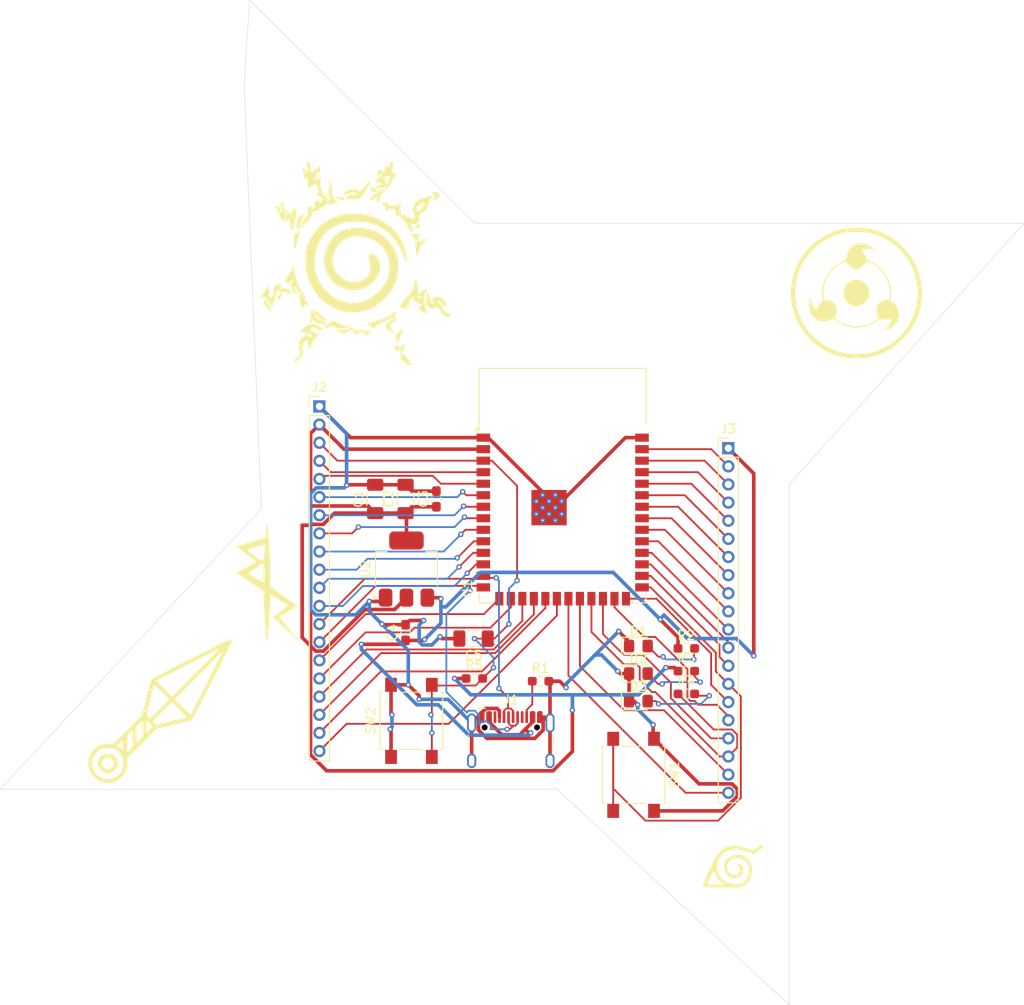
<source format=kicad_pcb>
(kicad_pcb (version 20241229) (generator "pcbnew") (generator_version "9.0")
  (layers (0 "F.Cu" signal) (2 "B.Cu" signal) (13 "F.Paste" user) (15 "B.Paste" user) (5 "F.SilkS" user "F.Silkscreen") (7 "B.SilkS" user "B.Silkscreen") (1 "F.Mask" user) (3 "B.Mask" user) (25 "Edge.Cuts" user))
  (net 0 "")
  (net 1 "GND")
  (net 2 "+3V3")
  (net 3 "+5V")
  (net 4 "EN")
  (net 5 "Net-(D1-A)")
  (net 6 "Net-(D2-A)")
  (net 7 "Net-(D3-A)")
  (net 8 "Net-(J1-CC2)")
  (net 11 "D+")
  (net 12 "D-")
  (net 13 "GPIO11")
  (net 14 "GPIO4")
  (net 15 "GPIO12")
  (net 16 "GPIO9")
  (net 17 "GPIO18")
  (net 18 "GPIO17")
  (net 19 "GPIO16")
  (net 20 "GPIO8")
  (net 21 "GPIO10")
  (net 22 "GPIO5")
  (net 23 "GPIO7")
  (net 24 "GPIO3")
  (net 25 "GPIO46")
  (net 26 "GPIO15")
  (net 27 "GPIO6")
  (net 28 "GPIO21")
  (net 29 "GPIO37")
  (net 30 "GPIO45")
  (net 31 "GPIO39")
  (net 32 "GPIO0")
  (net 33 "GPIO47")
  (net 34 "GPIO35")
  (net 35 "GPIO1")
  (net 36 "GPIO44")
  (net 37 "GPIO48")
  (net 38 "GPIO40")
  (net 39 "GPIO14")
  (net 40 "GPIO43")
  (net 41 "GPIO41")
  (net 42 "GPIO2")
  (net 43 "GPIO36")
  (net 44 "GPIO13")
  (net 45 "GPIO42")
  (net 46 "GPIO38")
  (footprint "Capacitor_SMD:C_1206_3216Metric_Pad1.33x1.80mm_HandSolder" (layer "F.Cu") (at 85.6 138.8 90)
    (property "Reference" "C2")
    (property "Value" "22uf")
  )
  (footprint "Connector_PinHeader_2.00mm:PinHeader_1x20_P2.00mm_Vertical" (layer "F.Cu") (at 121.2 133.2)
    (property "Reference" "J3")
    (property "Value" "Conn_01x20_Pin")
  )
  (footprint "RF_Module:ESP32-S3-WROOM-1" (layer "F.Cu") (at 102.925 137.3)
    (property "Reference" "U1")
    (property "Value" "ESP32-S3-WROOM-1")
  )
  (footprint "Logos_Images:NarutoSeal" (layer "F.Cu") (at 80.1 112.8)
    (property "Reference" "G***" (hide yes))
    (property "Value" "LOGO" (hide yes))
  )
  (footprint "Logos_Images:NarutoEye" (layer "F.Cu") (at 135.4 116.2)
    (property "Reference" "G***" (hide yes))
    (property "Value" "LOGO" (hide yes))
  )
  (footprint "Button_Switch_SMD:SW_SPST_B3S-1000" (layer "F.Cu") (at 110.75 169.225 -90)
    (property "Reference" "SW1")
    (property "Value" "SW_Push")
  )
  (footprint "Resistor_SMD:R_0603_1608Metric_Pad0.98x0.95mm_HandSolder" (layer "F.Cu") (at 116.5625 155.28)
    (property "Reference" "R2")
    (property "Value" "5.1k")
  )
  (footprint "Resistor_SMD:R_0603_1608Metric_Pad0.98x0.95mm_HandSolder" (layer "F.Cu") (at 93.1875 158.6)
    (property "Reference" "R5")
    (property "Value" "5.1K")
  )
  (footprint "LED_SMD:LED_0805_2012Metric_Pad1.15x1.40mm_HandSolder" (layer "F.Cu") (at 111.275 158.06)
    (property "Reference" "D2")
    (property "Value" "GREEN")
  )
  (footprint "Resistor_SMD:R_0603_1608Metric_Pad0.98x0.95mm_HandSolder" (layer "F.Cu") (at 116.5625 160.3)
    (property "Reference" "R4")
    (property "Value" "5.1k")
  )
  (footprint "Resistor_SMD:R_0603_1608Metric_Pad0.98x0.95mm_HandSolder" (layer "F.Cu") (at 116.5625 157.79)
    (property "Reference" "R3")
    (property "Value" "5.1k")
  )
  (footprint "Package_TO_SOT_SMD:SOT-223-3_TabPin2" (layer "F.Cu") (at 85.7 146.5375 90)
    (property "Reference" "U2")
    (property "Value" "LD1117S33TR_SOT223")
  )
  (footprint "LED_SMD:LED_0805_2012Metric_Pad1.15x1.40mm_HandSolder" (layer "F.Cu") (at 111.275 161.1)
    (property "Reference" "D3")
    (property "Value" "BLUE")
  )
  (footprint "LED_SMD:LED_0805_2012Metric_Pad1.15x1.40mm_HandSolder" (layer "F.Cu") (at 111.275 155.02)
    (property "Reference" "D1")
    (property "Value" "RED")
  )
  (footprint "Resistor_SMD:R_0603_1608Metric_Pad0.98x0.95mm_HandSolder" (layer "F.Cu") (at 100.4875 158.9)
    (property "Reference" "R1")
    (property "Value" "5.1k")
  )
  (footprint "Logos_Images:NarutoKnife" (layer "F.Cu") (at 58.8 162.1)
    (property "Reference" "G***" (hide yes))
    (property "Value" "LOGO" (hide yes))
  )
  (footprint "Logos_Images:CyberpunkSmall" (layer "F.Cu") (at 70.5 148.1)
    (property "Reference" "G***" (hide yes))
    (property "Value" "LOGO" (hide yes))
  )
  (footprint "Capacitor_SMD:C_1206_3216Metric_Pad1.33x1.80mm_HandSolder" (layer "F.Cu") (at 93.1 154.2 180)
    (property "Reference" "C5")
    (property "Value" "10uf")
  )
  (footprint "Capacitor_SMD:C_0603_1608Metric_Pad1.08x0.95mm_HandSolder" (layer "F.Cu") (at 85.6 153.5375 90)
    (property "Reference" "C4")
    (property "Value" "100nf")
  )
  (footprint "Button_Switch_SMD:SW_SPST_B3S-1000" (layer "F.Cu") (at 86.25 163.275 90)
    (property "Reference" "SW2")
    (property "Value" "SW_Push")
  )
  (footprint "Capacitor_SMD:C_0603_1608Metric_Pad1.08x0.95mm_HandSolder" (layer "F.Cu") (at 89 138.8 90)
    (property "Reference" "C3")
    (property "Value" "100nf")
  )
  (footprint "Capacitor_SMD:C_1206_3216Metric_Pad1.33x1.80mm_HandSolder" (layer "F.Cu") (at 82.25 138.8 90)
    (property "Reference" "C1")
    (property "Value" "10uf")
  )
  (footprint "Connector_USB:USB_C_Receptacle_HCTL_HC-TYPE-C-16P-01A" (layer "F.Cu") (at 97.21 166.605)
    (property "Reference" "J1")
    (property "Value" "USB_C_Receptacle_USB2.0_16P")
  )
  (footprint "Connector_PinHeader_2.00mm:PinHeader_1x20_P2.00mm_Vertical" (layer "F.Cu") (at 76.1 128.6)
    (property "Reference" "J2")
    (property "Value" "Conn_01x20_Pin")
  )
  (footprint "Logos_Images:NarutoLeaf" (layer "F.Cu") (at 121.8 179.2)
    (property "Reference" "G***" (hide yes))
    (property "Value" "LOGO" (hide yes))
  )
  (gr_line (start 153.8 108.4) (end 93.2 108.4) (stroke (width 0.05)) (layer "Edge.Cuts"))
  (gr_line (start 102.3 170.8) (end 127.9 194.6) (stroke (width 0.05)) (layer "Edge.Cuts"))
  (gr_line (start 127.9 137.2) (end 153.8 108.4) (stroke (width 0.05)) (layer "Edge.Cuts"))
  (gr_line (start 93.2 108.4) (end 68.4 83.8) (stroke (width 0.05)) (layer "Edge.Cuts"))
  (gr_line (start 68.4 83.8) (end 67.8 93.2) (stroke (width 0.05)) (layer "Edge.Cuts"))
  (gr_line (start 67.8 93.2) (end 69.7 139.9) (stroke (width 0.05)) (layer "Edge.Cuts"))
  (gr_line (start 127.9 194.6) (end 127.9 137.2) (stroke (width 0.05)) (layer "Edge.Cuts"))
  (gr_line (start 69.7 139.9) (end 40.9 170.8) (stroke (width 0.05)) (layer "Edge.Cuts"))
  (gr_line (start 40.9 170.8) (end 102.3 170.8) (stroke (width 0.05)) (layer "Edge.Cuts"))
  (segment (start 120.580273 173.2) (end 122.176 171.604273) (width 0.4) (layer "F.Cu") (net 1))
  (segment (start 84 159.3) (end 85.9 159.3) (width 0.4) (layer "F.Cu") (net 1))
  (segment (start 103.3 159.6) (end 102.6 158.9) (width 0.4) (layer "F.Cu") (net 1))
  (segment (start 82.9875 150.1) (end 83.4 149.6875) (width 0.4) (layer "F.Cu") (net 1))
  (segment (start 79.1625 137.2375) (end 79.1 137.3) (width 0.4) (layer "F.Cu") (net 1))
  (segment (start 94.01 162.368032) (end 94.469032 161.909) (width 0.4) (layer "F.Cu") (net 1))
  (segment (start 110.25 155.02) (end 110.25 154.55) (width 0.4) (layer "F.Cu") (net 1))
  (segment (start 92.89 163.5) (end 92.89 167.68) (width 0.4) (layer "F.Cu") (net 1))
  (segment (start 82.25 137.2375) (end 79.1625 137.2375) (width 0.4) (layer "F.Cu") (net 1))
  (segment (start 112.9 163.7) (end 112.9 165.15) (width 0.4) (layer "F.Cu") (net 1))
  (segment (start 79.54 132.04) (end 94.175 132.04) (width 0.4) (layer "F.Cu") (net 1))
  (segment (start 85.6 137.2375) (end 82.25 137.2375) (width 0.4) (layer "F.Cu") (net 1))
  (segment (start 113 173.2) (end 120.580273 173.2) (width 0.4) (layer "F.Cu") (net 1))
  (segment (start 109.845 132.04) (end 111.675 132.04) (width 0.4) (layer "F.Cu") (net 1))
  (segment (start 89 137.9375) (end 86.3 137.9375) (width 0.4) (layer "F.Cu") (net 1))
  (segment (start 84 162.5) (end 84.1 162.6) (width 0.4) (layer "F.Cu") (net 1))
  (segment (start 100.41 162.86) (end 100.89 162.86) (width 0.4) (layer "F.Cu") (net 1))
  (segment (start 85.6 152.675) (end 83.075 152.675) (width 0.4) (layer "F.Cu") (net 1))
  (segment (start 89.6 154.2) (end 89.4 154) (width 0.4) (layer "F.Cu") (net 1))
  (segment (start 95.692824 161.909) (end 94.469032 161.909) (width 0.4) (layer "F.Cu") (net 1))
  (segment (start 91.5375 154.2) (end 89.6 154.2) (width 0.4) (layer "F.Cu") (net 1))
  (segment (start 93.644 164.280008) (end 94.565992 165.202) (width 0.4) (layer "F.Cu") (net 1))
  (segment (start 83.9 164.2) (end 84 164.3) (width 0.4) (layer "F.Cu") (net 1))
  (segment (start 122.176 171.604273) (end 122.176 170.795727) (width 0.4) (layer "F.Cu") (net 1))
  (segment (start 121.604273 170.224) (end 117.974 170.224) (width 0.4) (layer "F.Cu") (net 1))
  (segment (start 94.707 132.04) (end 101.425 138.758) (width 0.4) (layer "F.Cu") (net 1))
  (segment (start 94.175 132.04) (end 94.707 132.04) (width 0.4) (layer "F.Cu") (net 1))
  (segment (start 94.01 162.86) (end 93.53 162.86) (width 0.4) (layer "F.Cu") (net 1))
  (segment (start 87.6 152.2) (end 86.075 152.2) (width 0.4) (layer "F.Cu") (net 1))
  (segment (start 99.854008 165.202) (end 100.776 164.280008) (width 0.4) (layer "F.Cu") (net 1))
  (segment (start 93.53 162.86) (end 92.89 163.5) (width 0.4) (layer "F.Cu") (net 1))
  (segment (start 100.776 163.226) (end 100.41 162.86) (width 0.4) (layer "F.Cu") (net 1))
  (segment (start 93.644 162.734032) (end 93.644 164.280008) (width 0.4) (layer "F.Cu") (net 1))
  (segment (start 110.25 154.55) (end 109.1 153.4) (width 0.4) (layer "F.Cu") (net 1))
  (segment (start 86.3 137.9375) (end 85.6 137.2375) (width 0.4) (layer "F.Cu") (net 1))
  (segment (start 110.25 158.06) (end 109.26 158.06) (width 0.4) (layer "F.Cu") (net 1))
  (segment (start 110.25 158.06) (end 110.25 161.1) (width 0.4) (layer "F.Cu") (net 1))
  (segment (start 83.075 152.675) (end 83 152.6) (width 0.4) (layer "F.Cu") (net 1))
  (segment (start 94.01 162.86) (end 94.01 162.368032) (width 0.4) (layer "F.Cu") (net 1))
  (segment (start 85.9 159.3) (end 87.1 160.5) (width 0.4) (layer "F.Cu") (net 1))
  (segment (start 101.53 167.68) (end 101.53 163.5) (width 0.4) (layer "F.Cu") (net 1))
  (segment (start 84 159.3) (end 84 162.5) (width 0.4) (layer "F.Cu") (net 1))
  (segment (start 110.799 161.1) (end 111.2 161.501) (width 0.4) (layer "F.Cu") (net 1))
  (segment (start 95.96 162.176176) (end 95.692824 161.909) (width 0.4) (layer "F.Cu") (net 1))
  (segment (start 102.825 139.06) (end 109.845 132.04) (width 0.4) (layer "F.Cu") (net 1))
  (segment (start 94.565992 165.202) (end 99.854008 165.202) (width 0.4) (layer "F.Cu") (net 1))
  (segment (start 112.9 165.15) (end 113 165.25) (width 0.4) (layer "F.Cu") (net 1))
  (segment (start 117.974 170.224) (end 113 165.25) (width 0.4) (layer "F.Cu") (net 1))
  (segment (start 81.6 150.1) (end 82.9875 150.1) (width 0.4) (layer "F.Cu") (net 1))
  (segment (start 94.469032 161.909) (end 93.644 162.734032) (width 0.4) (layer "F.Cu") (net 1))
  (segment (start 101.53 159.03) (end 101.53 163.5) (width 0.4) (layer "F.Cu") (net 1))
  (segment (start 122.176 170.795727) (end 121.604273 170.224) (width 0.4) (layer "F.Cu") (net 1))
  (segment (start 76.1 128.6) (end 79.54 132.04) (width 0.4) (layer "F.Cu") (net 1))
  (segment (start 95.96 162.86) (end 95.96 162.176176) (width 0.4) (layer "F.Cu") (net 1))
  (segment (start 100.776 164.280008) (end 100.776 163.226) (width 0.4) (layer "F.Cu") (net 1))
  (segment (start 100.89 162.86) (end 101.53 163.5) (width 0.4) (layer "F.Cu") (net 1))
  (segment (start 110.25 161.1) (end 110.799 161.1) (width 0.4) (layer "F.Cu") (net 1))
  (segment (start 87.1 160.5) (end 87.1 160.9) (width 0.4) (layer "F.Cu") (net 1))
  (segment (start 84 164.3) (end 84 167.25) (width 0.4) (layer "F.Cu") (net 1))
  (segment (start 101.4 158.9) (end 101.53 159.03) (width 0.4) (layer "F.Cu") (net 1))
  (segment (start 102.6 158.9) (end 101.4 158.9) (width 0.4) (layer "F.Cu") (net 1))
  (segment (start 86.075 152.2) (end 85.6 152.675) (width 0.4) (layer "F.Cu") (net 1))
  (segment (start 101.425 138.758) (end 101.425 139.76) (width 0.4) (layer "F.Cu") (net 1))
  (segment (start 109.26 158.06) (end 109 157.8) (width 0.4) (layer "F.Cu") (net 1))
  (via (at 87.1 160.9) (size 0.6) (drill 0.3) (layers "F.Cu" "B.Cu") (net 1))
  (via (at 109.1 153.4) (size 0.6) (drill 0.3) (layers "F.Cu" "B.Cu") (net 1))
  (via (at 89.4 154) (size 0.6) (drill 0.3) (layers "F.Cu" "B.Cu") (net 1))
  (via (at 85.9 159.3) (size 0.6) (drill 0.3) (layers "F.Cu" "B.Cu") (net 1))
  (via (at 87.6 152.2) (size 0.6) (drill 0.3) (layers "F.Cu" "B.Cu") (net 1))
  (via (at 84.1 162.6) (size 0.6) (drill 0.3) (layers "F.Cu" "B.Cu") (net 1))
  (via (at 83.9 164.2) (size 0.6) (drill 0.3) (layers "F.Cu" "B.Cu") (net 1))
  (via (at 109 157.8) (size 0.6) (drill 0.3) (layers "F.Cu" "B.Cu") (net 1))
  (via (at 112.9 163.7) (size 0.6) (drill 0.3) (layers "F.Cu" "B.Cu") (net 1))
  (via (at 111.2 161.501) (size 0.6) (drill 0.3) (layers "F.Cu" "B.Cu") (net 1))
  (via (at 79.1 137.3) (size 0.6) (drill 0.3) (layers "F.Cu" "B.Cu") (net 1))
  (via (at 83 152.6) (size 0.6) (drill 0.3) (layers "F.Cu" "B.Cu") (net 1))
  (via (at 81.6 150.1) (size 0.6) (drill 0.3) (layers "F.Cu" "B.Cu") (net 1))
  (via (at 103.3 159.6) (size 0.6) (drill 0.3) (layers "F.Cu" "B.Cu") (net 1))
  (segment (start 85.9 159.3) (end 85.9 155.5) (width 0.4) (layer "B.Cu") (net 1))
  (segment (start 83 152.6) (end 81.6 151.2) (width 0.4) (layer "B.Cu") (net 1))
  (segment (start 87.099 154.548943) (end 87.099 152.701) (width 0.4) (layer "B.Cu") (net 1))
  (segment (start 88.499 154.901) (end 87.451057 154.901) (width 0.4) (layer "B.Cu") (net 1))
  (segment (start 78.824 137.576) (end 79.1 137.3) (width 0.4) (layer "B.Cu") (net 1))
  (segment (start 75.124 138.195727) (end 75.743727 137.576) (width 0.4) (layer "B.Cu") (net 1))
  (segment (start 84.1 164) (end 83.9 164.2) (width 0.4) (layer "B.Cu") (net 1))
  (segment (start 75.695727 151.576) (end 75.124 151.004273) (width 0.4) (layer "B.Cu") (net 1))
  (segment (start 84.1 162.6) (end 84.1 164) (width 0.4) (layer "B.Cu") (net 1))
  (segment (start 103.3 159.2) (end 103.3 159.6) (width 0.4) (layer "B.Cu") (net 1))
  (segment (start 109 157.8) (end 107.2 156) (width 0.4) (layer "B.Cu") (net 1))
  (segment (start 81.6 150.1) (end 80.124 151.576) (width 0.4) (layer "B.Cu") (net 1))
  (segment (start 109.1 153.4) (end 106.5 156) (width 0.4) (layer "B.Cu") (net 1))
  (segment (start 87.1 160.9) (end 90.29 160.9) (width 0.4) (layer "B.Cu") (net 1))
  (segment (start 111.2 162) (end 112.9 163.7) (width 0.4) (layer "B.Cu") (net 1))
  (segment (start 80.124 151.576) (end 75.695727 151.576) (width 0.4) (layer "B.Cu") (net 1))
  (segment (start 111.2 161.501) (end 111.2 162) (width 0.4) (layer "B.Cu") (net 1))
  (segment (start 85.9 155.5) (end 83 152.6) (width 0.4) (layer "B.Cu") (net 1))
  (segment (start 81.6 151.2) (end 81.6 150.1) (width 0.4) (layer "B.Cu") (net 1))
  (segment (start 75.124 151.004273) (end 75.124 138.195727) (width 0.4) (layer "B.Cu") (net 1))
  (segment (start 87.099 152.701) (end 87.6 152.2) (width 0.4) (layer "B.Cu") (net 1))
  (segment (start 75.743727 137.576) (end 78.824 137.576) (width 0.4) (layer "B.Cu") (net 1))
  (segment (start 87.451057 154.901) (end 87.099 154.548943) (width 0.4) (layer "B.Cu") (net 1))
  (segment (start 89.4 154) (end 88.499 154.901) (width 0.4) (layer "B.Cu") (net 1))
  (segment (start 79.1 131.6) (end 76.1 128.6) (width 0.4) (layer "B.Cu") (net 1))
  (segment (start 106.5 156) (end 103.3 159.2) (width 0.4) (layer "B.Cu") (net 1))
  (segment (start 107.2 156) (end 106.5 156) (width 0.4) (layer "B.Cu") (net 1))
  (segment (start 79.1 137.3) (end 79.1 131.6) (width 0.4) (layer "B.Cu") (net 1))
  (segment (start 90.29 160.9) (end 92.89 163.5) (width 0.4) (layer "B.Cu") (net 1))
  (segment (start 84.399 150.9885) (end 81.139773 150.9885) (width 0.4) (layer "F.Cu") (net 2))
  (segment (start 76.528273 141.6) (end 75.124 141.6) (width 0.4) (layer "F.Cu") (net 2))
  (segment (start 76.1 130.6) (end 78.81 133.31) (width 0.4) (layer "F.Cu") (net 2))
  (segment (start 81.139773 150.9885) (end 76.552273 155.576) (width 0.4) (layer "F.Cu") (net 2))
  (segment (start 75.124 167.004273) (end 76.900727 168.781) (width 0.4) (layer "F.Cu") (net 2))
  (segment (start 86.3 139.6625) (end 85.6 140.3625) (width 0.4) (layer "F.Cu") (net 2))
  (segment (start 76.552273 155.576) (end 75.695727 155.576) (width 0.4) (layer "F.Cu") (net 2))
  (segment (start 74.2 141.7) (end 75.124 141.7) (width 0.4) (layer "F.Cu") (net 2))
  (segment (start 101.861785 168.781) (end 104 166.642785) (width 0.4) (layer "F.Cu") (net 2))
  (segment (start 76.900727 168.781) (end 101.861785 168.781) (width 0.4) (layer "F.Cu") (net 2))
  (segment (start 75.124 141.7) (end 75.124 167.004273) (width 0.4) (layer "F.Cu") (net 2))
  (segment (start 75.124 131.576) (end 75.124 139.5) (width 0.4) (layer "F.Cu") (net 2))
  (segment (start 75.124 139.5) (end 75.124 141.6) (width 0.4) (layer "F.Cu") (net 2))
  (segment (start 85.6 140.3625) (end 77.765773 140.3625) (width 0.4) (layer "F.Cu") (net 2))
  (segment (start 114.3 157.4) (end 115.26 157.4) (width 0.4) (layer "F.Cu") (net 2))
  (segment (start 82.25 140.3625) (end 81.4635 139.576) (width 0.4) (layer "F.Cu") (net 2))
  (segment (start 92.275 158.6) (end 91 158.6) (width 0.4) (layer "F.Cu") (net 2))
  (segment (start 85.7 143.3875) (end 85.7 140.4625) (width 0.4) (layer "F.Cu") (net 2))
  (segment (start 74.2 154.080273) (end 74.2 141.7) (width 0.4) (layer "F.Cu") (net 2))
  (segment (start 85.7 140.4625) (end 85.6 140.3625) (width 0.4) (layer "F.Cu") (net 2))
  (segment (start 85.7 149.6875) (end 84.399 150.9885) (width 0.4) (layer "F.Cu") (net 2))
  (segment (start 75.124 141.6) (end 75.124 141.7) (width 0.4) (layer "F.Cu") (net 2))
  (segment (start 78.81 133.31) (end 94.175 133.31) (width 0.4) (layer "F.Cu") (net 2))
  (segment (start 81.4635 139.576) (end 75.2 139.576) (width 0.4) (layer "F.Cu") (net 2))
  (segment (start 75.695727 155.576) (end 74.2 154.080273) (width 0.4) (layer "F.Cu") (net 2))
  (segment (start 77.765773 140.3625) (end 76.528273 141.6) (width 0.4) (layer "F.Cu") (net 2))
  (segment (start 104 166.642785) (end 104 162.1) (width 0.4) (layer "F.Cu") (net 2))
  (segment (start 89 139.6625) (end 86.3 139.6625) (width 0.4) (layer "F.Cu") (net 2))
  (segment (start 75.2 139.576) (end 75.124 139.5) (width 0.4) (layer "F.Cu") (net 2))
  (segment (start 115.26 157.4) (end 115.65 157.79) (width 0.4) (layer "F.Cu") (net 2))
  (segment (start 76.1 130.6) (end 75.124 131.576) (width 0.4) (layer "F.Cu") (net 2))
  (via (at 104 162.1) (size 0.6) (drill 0.3) (layers "F.Cu" "B.Cu") (net 2))
  (via (at 114.3 157.4) (size 0.6) (drill 0.3) (layers "F.Cu" "B.Cu") (net 2))
  (via (at 91 158.6) (size 0.6) (drill 0.3) (layers "F.Cu" "B.Cu") (net 2))
  (segment (start 111.3 160.4) (end 114.3 157.4) (width 0.4) (layer "B.Cu") (net 2))
  (segment (start 92.8 160.4) (end 103.9 160.4) (width 0.4) (layer "B.Cu") (net 2))
  (segment (start 104 160.5) (end 103.9 160.4) (width 0.4) (layer "B.Cu") (net 2))
  (segment (start 104 162.1) (end 104 160.5) (width 0.4) (layer "B.Cu") (net 2))
  (segment (start 103.9 160.4) (end 111.3 160.4) (width 0.4) (layer "B.Cu") (net 2))
  (segment (start 91 158.6) (end 92.8 160.4) (width 0.4) (layer "B.Cu") (net 2))
  (segment (start 85.175735 154.824265) (end 80.724265 154.824265) (width 0.4) (layer "F.Cu") (net 3))
  (segment (start 88 149.6875) (end 89.3875 149.6875) (width 0.4) (layer "F.Cu") (net 3))
  (segment (start 99.2 164.6) (end 98.801912 164.201912) (width 0.4) (layer "F.Cu") (net 3))
  (segment (start 94.81 162.86) (end 94.81 163.393824) (width 0.4) (layer "F.Cu") (net 3))
  (segment (start 87.7 154.3) (end 87.6 154.4) (width 0.4) (layer "F.Cu") (net 3))
  (segment (start 98.202824 164.801) (end 98.801912 164.201912) (width 0.4) (layer "F.Cu") (net 3))
  (segment (start 121.2 133.2) (end 124 136) (width 0.4) (layer "F.Cu") (net 3))
  (segment (start 99.61 163.393824) (end 99.61 162.86) (width 0.4) (layer "F.Cu") (net 3))
  (segment (start 89.3875 149.6875) (end 89.5 149.8) (width 0.4) (layer "F.Cu") (net 3))
  (segment (start 113.7 152.1) (end 115.65 154.05) (width 0.4) (layer "F.Cu") (net 3))
  (segment (start 124 136) (end 124 156.1) (width 0.4) (layer "F.Cu") (net 3))
  (segment (start 87.6 154.4) (end 85.6 154.4) (width 0.4) (layer "F.Cu") (net 3))
  (segment (start 96.217176 164.801) (end 98.202824 164.801) (width 0.4) (layer "F.Cu") (net 3))
  (segment (start 99.4 164.6) (end 99.2 164.6) (width 0.4) (layer "F.Cu") (net 3))
  (segment (start 98.801912 164.201912) (end 99.61 163.393824) (width 0.4) (layer "F.Cu") (net 3))
  (segment (start 94.81 163.393824) (end 96.217176 164.801) (width 0.4) (layer "F.Cu") (net 3))
  (segment (start 85.6 154.4) (end 85.175735 154.824265) (width 0.4) (layer "F.Cu") (net 3))
  (segment (start 115.65 154.05) (end 115.65 155.28) (width 0.4) (layer "F.Cu") (net 3))
  (via (at 89.5 149.8) (size 0.6) (drill 0.3) (layers "F.Cu" "B.Cu") (net 3))
  (via (at 113.7 152.1) (size 0.6) (drill 0.3) (layers "F.Cu" "B.Cu") (net 3))
  (via (at 124 156.1) (size 0.6) (drill 0.3) (layers "F.Cu" "B.Cu") (net 3))
  (via (at 99.4 164.6) (size 0.6) (drill 0.3) (layers "F.Cu" "B.Cu") (net 3))
  (via (at 80.724265 154.824265) (size 0.6) (drill 0.3) (layers "F.Cu" "B.Cu") (net 3))
  (via (at 87.7 154.3) (size 0.6) (drill 0.3) (layers "F.Cu" "B.Cu") (net 3))
  (segment (start 80.724265 155.374208) (end 86.851057 161.501) (width 0.4) (layer "B.Cu") (net 3))
  (segment (start 89.5 150.7) (end 90.050057 150.7) (width 0.4) (layer "B.Cu") (net 3))
  (segment (start 89.5 150.7) (end 89.5 152.5) (width 0.4) (layer "B.Cu") (net 3))
  (segment (start 99.149 164.851) (end 99.4 164.6) (width 0.4) (layer "B.Cu") (net 3))
  (segment (start 80.724265 154.824265) (end 80.724265 155.374208) (width 0.4) (layer "B.Cu") (net 3))
  (segment (start 93.851057 146.899) (end 108.499 146.899) (width 0.4) (layer "B.Cu") (net 3))
  (segment (start 92.558215 164.851) (end 99.149 164.851) (width 0.4) (layer "B.Cu") (net 3))
  (segment (start 113.7 152) (end 113.7 152.1) (width 0.4) (layer "B.Cu") (net 3))
  (segment (start 89.208215 161.501) (end 92.558215 164.851) (width 0.4) (layer "B.Cu") (net 3))
  (segment (start 124 156.1) (end 122.1 154.2) (width 0.4) (layer "B.Cu") (net 3))
  (segment (start 114.1 151.6) (end 113.7 152) (width 0.4) (layer "B.Cu") (net 3))
  (segment (start 122.1 154.2) (end 116.7 154.2) (width 0.4) (layer "B.Cu") (net 3))
  (segment (start 108.499 146.899) (end 113.7 152.1) (width 0.4) (layer "B.Cu") (net 3))
  (segment (start 89.5 149.8) (end 89.5 150.7) (width 0.4) (layer "B.Cu") (net 3))
  (segment (start 90.050057 150.7) (end 93.851057 146.899) (width 0.4) (layer "B.Cu") (net 3))
  (segment (start 86.851057 161.501) (end 89.208215 161.501) (width 0.4) (layer "B.Cu") (net 3))
  (segment (start 89.5 152.5) (end 87.7 154.3) (width 0.4) (layer "B.Cu") (net 3))
  (segment (start 116.7 154.2) (end 114.1 151.6) (width 0.4) (layer "B.Cu") (net 3))
  (segment (start 97.9 137.355) (end 95.125 134.58) (width 0.2) (layer "F.Cu") (net 4))
  (segment (start 95.14406 155) (end 94.1 155) (width 0.2) (layer "F.Cu") (net 4))
  (segment (start 95.4 154.2) (end 97 152.6) (width 0.2) (layer "F.Cu") (net 4))
  (segment (start 94.1 158.6) (end 95.3 157.4) (width 0.2) (layer "F.Cu") (net 4))
  (segment (start 94.1 158.6) (end 93.324 159.376) (width 0.2) (layer "F.Cu") (net 4))
  (segment (start 88.576 159.376) (end 88.5 159.3) (width 0.2) (layer "F.Cu") (net 4))
  (segment (start 95.3 154.84406) (end 95.14406 155) (width 0.2) (layer "F.Cu") (net 4))
  (segment (start 78.08 134.58) (end 76.1 132.6) (width 0.2) (layer "F.Cu") (net 4))
  (segment (start 94.6625 154.2) (end 95.3 154.8375) (width 0.2) (layer "F.Cu") (net 4))
  (segment (start 88.4 162.6) (end 88.5 162.5) (width 0.2) (layer "F.Cu") (net 4))
  (segment (start 95.125 134.58) (end 94.175 134.58) (width 0.2) (layer "F.Cu") (net 4))
  (segment (start 94.175 134.58) (end 78.08 134.58) (width 0.2) (layer "F.Cu") (net 4))
  (segment (start 88.5 167.25) (end 88.5 164.6) (width 0.2) (layer "F.Cu") (net 4))
  (segment (start 93.2 154.2) (end 94.6625 154.2) (width 0.2) (layer "F.Cu") (net 4))
  (segment (start 94.6625 154.2) (end 95.4 154.2) (width 0.2) (layer "F.Cu") (net 4))
  (segment (start 97.9 147.8) (end 97.9 137.355) (width 0.2) (layer "F.Cu") (net 4))
  (segment (start 88.5 162.5) (end 88.5 159.3) (width 0.2) (layer "F.Cu") (net 4))
  (segment (start 93.324 159.376) (end 88.576 159.376) (width 0.2) (layer "F.Cu") (net 4))
  (segment (start 95.3 154.8375) (end 95.3 154.84406) (width 0.2) (layer "F.Cu") (net 4))
  (via (at 93.2 154.2) (size 0.6) (drill 0.3) (layers "F.Cu" "B.Cu") (net 4))
  (via (at 88.4 162.6) (size 0.6) (drill 0.3) (layers "F.Cu" "B.Cu") (net 4))
  (via (at 97 152.6) (size 0.6) (drill 0.3) (layers "F.Cu" "B.Cu") (net 4))
  (via (at 95.3 157.4) (size 0.6) (drill 0.3) (layers "F.Cu" "B.Cu") (net 4))
  (via (at 97.9 147.8) (size 0.6) (drill 0.3) (layers "F.Cu" "B.Cu") (net 4))
  (via (at 88.5 164.6) (size 0.6) (drill 0.3) (layers "F.Cu" "B.Cu") (net 4))
  (segment (start 95.3 157.4) (end 95.3 156.3) (width 0.2) (layer "B.Cu") (net 4))
  (segment (start 88.5 162.7) (end 88.4 162.6) (width 0.2) (layer "B.Cu") (net 4))
  (segment (start 97 152.6) (end 97 148.7) (width 0.2) (layer "B.Cu") (net 4))
  (segment (start 97 148.7) (end 97.9 147.8) (width 0.2) (layer "B.Cu") (net 4))
  (segment (start 95.3 156.3) (end 93.2 154.2) (width 0.2) (layer "B.Cu") (net 4))
  (segment (start 88.5 164.6) (end 88.5 162.7) (width 0.2) (layer "B.Cu") (net 4))
  (segment (start 117.4 156.5) (end 117.4 155.355) (width 0.2) (layer "F.Cu") (net 5))
  (segment (start 113.48 156.2) (end 114 156.2) (width 0.2) (layer "F.Cu") (net 5))
  (segment (start 112.3 155.02) (end 113.48 156.2) (width 0.2) (layer "F.Cu") (net 5))
  (segment (start 117.4 155.355) (end 117.475 155.28) (width 0.2) (layer "F.Cu") (net 5))
  (via (at 117.4 156.5) (size 0.6) (drill 0.3) (layers "F.Cu" "B.Cu") (net 5))
  (via (at 114 156.2) (size 0.6) (drill 0.3) (layers "F.Cu" "B.Cu") (net 5))
  (segment (start 114.3 156.5) (end 117.4 156.5) (width 0.2) (layer "B.Cu") (net 5))
  (segment (start 114 156.2) (end 114.3 156.5) (width 0.2) (layer "B.Cu") (net 5))
  (segment (start 113.44 159.2) (end 112.3 158.06) (width 0.2) (layer "F.Cu") (net 6))
  (segment (start 117.475 158.375) (end 118.1 159) (width 0.2) (layer "F.Cu") (net 6))
  (segment (start 113.9 159.2) (end 113.44 159.2) (width 0.2) (layer "F.Cu") (net 6))
  (segment (start 117.475 157.79) (end 117.475 158.375) (width 0.2) (layer "F.Cu") (net 6))
  (via (at 118.1 159) (size 0.6) (drill 0.3) (layers "F.Cu" "B.Cu") (net 6))
  (via (at 113.9 159.2) (size 0.6) (drill 0.3) (layers "F.Cu" "B.Cu") (net 6))
  (segment (start 114.1 159) (end 113.9 159.2) (width 0.2) (layer "B.Cu") (net 6))
  (segment (start 118.1 159) (end 114.1 159) (width 0.2) (layer "B.Cu") (net 6))
  (segment (start 119.1 160.5) (end 117.675 160.5) (width 0.2) (layer "F.Cu") (net 7))
  (segment (start 112.3 161.1) (end 113.2 161.1) (width 0.2) (layer "F.Cu") (net 7))
  (segment (start 113.2 161.1) (end 113.5 161.4) (width 0.2) (layer "F.Cu") (net 7))
  (segment (start 117.675 160.5) (end 117.475 160.3) (width 0.2) (layer "F.Cu") (net 7))
  (via (at 113.5 161.4) (size 0.6) (drill 0.3) (layers "F.Cu" "B.Cu") (net 7))
  (via (at 119.1 160.5) (size 0.6) (drill 0.3) (layers "F.Cu" "B.Cu") (net 7))
  (segment (start 118.2 161.4) (end 119.1 160.5) (width 0.2) (layer "B.Cu") (net 7))
  (segment (start 113.5 161.4) (end 118.2 161.4) (width 0.2) (layer "B.Cu") (net 7))
  (segment (start 98.96 162.86) (end 98.96 162.06) (width 0.2) (layer "F.Cu") (net 8))
  (segment (start 98.96 162.06) (end 99.575 161.445) (width 0.2) (layer "F.Cu") (net 8))
  (segment (start 99.575 161.445) (end 99.575 158.9) (width 0.2) (layer "F.Cu") (net 8))
  (segment (start 94.0115 148.3865) (end 94.175 148.55) (width 0.2) (layer "F.Cu") (net 11))
  (segment (start 96.96 162.86) (end 96.96 163.543824) (width 0.2) (layer "F.Cu") (net 11))
  (segment (start 97.96 163.543824) (end 97.96 162.86) (width 0.2) (layer "F.Cu") (net 11))
  (segment (start 97.111 164.2) (end 96.8 164.2) (width 0.2) (layer "F.Cu") (net 11))
  (segment (start 96.96 163.543824) (end 97.227176 163.811) (width 0.2) (layer "F.Cu") (net 11))
  (segment (start 97.5 163.811) (end 97.111 164.2) (width 0.2) (layer "F.Cu") (net 11))
  (segment (start 97.227176 163.811) (end 97.5 163.811) (width 0.2) (layer "F.Cu") (net 11))
  (segment (start 92.6 148.3865) (end 94.0115 148.3865) (width 0.2) (layer "F.Cu") (net 11))
  (segment (start 97.5 163.811) (end 97.692824 163.811) (width 0.2) (layer "F.Cu") (net 11))
  (segment (start 76.1 154.6) (end 82.3135 148.3865) (width 0.2) (layer "F.Cu") (net 11))
  (segment (start 92.7 148.9) (end 92.7 148.4865) (width 0.2) (layer "F.Cu") (net 11))
  (segment (start 92.7 148.4865) (end 92.6 148.3865) (width 0.2) (layer "F.Cu") (net 11))
  (segment (start 82.3135 148.3865) (end 92.6 148.3865) (width 0.2) (layer "F.Cu") (net 11))
  (segment (start 97.692824 163.811) (end 97.96 163.543824) (width 0.2) (layer "F.Cu") (net 11))
  (via (at 96.8 164.2) (size 0.6) (drill 0.3) (layers "F.Cu" "B.Cu") (net 11))
  (via (at 92.7 148.9) (size 0.6) (drill 0.3) (layers "F.Cu" "B.Cu") (net 11))
  (segment (start 92.353607 162.353607) (end 90.1 160.1) (width 0.2) (layer "B.Cu") (net 11))
  (segment (start 93.691 162.618215) (end 93.221785 162.149) (width 0.2) (layer "B.Cu") (net 11))
  (segment (start 92.558215 162.149) (end 92.353607 162.353607) (width 0.2) (layer "B.Cu") (net 11))
  (segment (start 94.600008 163.324) (end 94.039992 163.324) (width 0.2) (layer "B.Cu") (net 11))
  (segment (start 93.691 163.672992) (end 93.691 162.618215) (width 0.2) (layer "B.Cu") (net 11))
  (segment (start 94.996 164.2) (end 94.996 163.719992) (width 0.2) (layer "B.Cu") (net 11))
  (segment (start 94.996 163.719992) (end 94.600008 163.324) (width 0.2) (layer "B.Cu") (net 11))
  (segment (start 90.1 151.5) (end 92.7 148.9) (width 0.2) (layer "B.Cu") (net 11))
  (segment (start 94.039992 163.324) (end 93.691 163.672992) (width 0.2) (layer "B.Cu") (net 11))
  (segment (start 93.221785 162.149) (end 92.558215 162.149) (width 0.2) (layer "B.Cu") (net 11))
  (segment (start 96.8 164.2) (end 94.996 164.2) (width 0.2) (layer "B.Cu") (net 11))
  (segment (start 90.1 160.1) (end 90.1 151.5) (width 0.2) (layer "B.Cu") (net 11))
  (segment (start 96.727176 161.909) (end 96.9 161.909) (width 0.2) (layer "F.Cu") (net 12))
  (segment (start 94.175 147.28) (end 93.854 147.601) (width 0.2) (layer "F.Cu") (net 12))
  (segment (start 95.6 147.5) (end 94.395 147.5) (width 0.2) (layer "F.Cu") (net 12))
  (segment (start 97.192824 161.909) (end 97.46 162.176176) (width 0.2) (layer "F.Cu") (net 12))
  (segment (start 97.46 162.176176) (end 97.46 162.86) (width 0.2) (layer "F.Cu") (net 12))
  (segment (start 96.46 162.176176) (end 96.727176 161.909) (width 0.2) (layer "F.Cu") (net 12))
  (segment (start 96.9 161.909) (end 96.9 160.7) (width 0.2) (layer "F.Cu") (net 12))
  (segment (start 93.854 147.601) (end 81.099 147.601) (width 0.2) (layer "F.Cu") (net 12))
  (segment (start 96.9 160.7) (end 95.9 159.7) (width 0.2) (layer "F.Cu") (net 12))
  (segment (start 81.099 147.601) (end 76.1 152.6) (width 0.2) (layer "F.Cu") (net 12))
  (segment (start 94.395 147.5) (end 94.175 147.28) (width 0.2) (layer "F.Cu") (net 12))
  (segment (start 96.9 161.909) (end 97.192824 161.909) (width 0.2) (layer "F.Cu") (net 12))
  (segment (start 96.46 162.86) (end 96.46 162.176176) (width 0.2) (layer "F.Cu") (net 12))
  (via (at 95.6 147.5) (size 0.6) (drill 0.3) (layers "F.Cu" "B.Cu") (net 12))
  (via (at 95.9 159.7) (size 0.6) (drill 0.3) (layers "F.Cu" "B.Cu") (net 12))
  (segment (start 95.9 159.7) (end 95.9 147.8) (width 0.2) (layer "B.Cu") (net 12))
  (segment (start 95.9 147.8) (end 95.6 147.5) (width 0.2) (layer "B.Cu") (net 12))
  (segment (start 76.1 164.6) (end 82.876 157.824) (width 0.2) (layer "F.Cu") (net 13))
  (segment (start 82.876 157.824) (end 94.02136 157.824) (width 0.2) (layer "F.Cu") (net 13))
  (segment (start 94.02136 157.824) (end 101.02 150.82536) (width 0.2) (layer "F.Cu") (net 13))
  (segment (start 101.02 150.82536) (end 101.02 149.8) (width 0.2) (layer "F.Cu") (net 13))
  (segment (start 76.1 134.6) (end 77.35 135.85) (width 0.2) (layer "F.Cu") (net 14))
  (segment (start 77.35 135.85) (end 94.175 135.85) (width 0.2) (layer "F.Cu") (net 14))
  (segment (start 76.1 166.6) (end 79.1 163.6) (width 0.2) (layer "F.Cu") (net 15))
  (segment (start 90.355634 163.6) (end 102.29 151.665634) (width 0.2) (layer "F.Cu") (net 15))
  (segment (start 79.1 163.6) (end 90.355634 163.6) (width 0.2) (layer "F.Cu") (net 15))
  (segment (start 102.29 151.665634) (end 102.29 149.8) (width 0.2) (layer "F.Cu") (net 15))
  (segment (start 81.299 155.401) (end 95.31016 155.401) (width 0.2) (layer "F.Cu") (net 16))
  (segment (start 98.48 152.23116) (end 98.48 149.8) (width 0.2) (layer "F.Cu") (net 16))
  (segment (start 95.31016 155.401) (end 98.48 152.23116) (width 0.2) (layer "F.Cu") (net 16))
  (segment (start 76.1 160.6) (end 81.299 155.401) (width 0.2) (layer "F.Cu") (net 16))
  (segment (start 94.175 144.74) (end 93.06 144.74) (width 0.2) (layer "F.Cu") (net 17))
  (segment (start 93.06 144.74) (end 91.5 146.3) (width 0.2) (layer "F.Cu") (net 17))
  (via (at 91.5 146.3) (size 0.6) (drill 0.3) (layers "F.Cu" "B.Cu") (net 17))
  (segment (start 90.2 147.6) (end 77.1 147.6) (width 0.2) (layer "B.Cu") (net 17))
  (segment (start 77.1 147.6) (end 76.1 148.6) (width 0.2) (layer "B.Cu") (net 17))
  (segment (start 91.5 146.3) (end 90.2 147.6) (width 0.2) (layer "B.Cu") (net 17))
  (segment (start 91.3 145.3) (end 93.13 143.47) (width 0.2) (layer "F.Cu") (net 18))
  (segment (start 93.13 143.47) (end 94.175 143.47) (width 0.2) (layer "F.Cu") (net 18))
  (via (at 91.3 145.3) (size 0.6) (drill 0.3) (layers "F.Cu" "B.Cu") (net 18))
  (segment (start 81.4 145.4) (end 91.2 145.4) (width 0.2) (layer "B.Cu") (net 18))
  (segment (start 76.1 146.6) (end 80.2 146.6) (width 0.2) (layer "B.Cu") (net 18))
  (segment (start 80.2 146.6) (end 81.4 145.4) (width 0.2) (layer "B.Cu") (net 18))
  (segment (start 91.2 145.4) (end 91.3 145.3) (width 0.2) (layer "B.Cu") (net 18))
  (segment (start 94.175 142.2) (end 92.2 142.2) (width 0.2) (layer "F.Cu") (net 19))
  (segment (start 92.2 142.2) (end 91.7 142.7) (width 0.2) (layer "F.Cu") (net 19))
  (via (at 91.7 142.7) (size 0.6) (drill 0.3) (layers "F.Cu" "B.Cu") (net 19))
  (segment (start 91.7 142.7) (end 89.8 144.6) (width 0.2) (layer "B.Cu") (net 19))
  (segment (start 89.8 144.6) (end 76.1 144.6) (width 0.2) (layer "B.Cu") (net 19))
  (segment (start 92.4 147) (end 93.39 146.01) (width 0.2) (layer "F.Cu") (net 20))
  (segment (start 93.39 146.01) (end 94.175 146.01) (width 0.2) (layer "F.Cu") (net 20))
  (via (at 92.4 147) (size 0.6) (drill 0.3) (layers "F.Cu" "B.Cu") (net 20))
  (segment (start 76.1 150.6) (end 78.7 150.6) (width 0.2) (layer "B.Cu") (net 20))
  (segment (start 91.5 147.9) (end 92.4 147) (width 0.2) (layer "B.Cu") (net 20))
  (segment (start 78.7 150.6) (end 80.9 148.4) (width 0.2) (layer "B.Cu") (net 20))
  (segment (start 91 148.4) (end 91.5 147.9) (width 0.2) (layer "B.Cu") (net 20))
  (segment (start 80.9 148.4) (end 91 148.4) (width 0.2) (layer "B.Cu") (net 20))
  (segment (start 82.898 155.802) (end 95.47626 155.802) (width 0.2) (layer "F.Cu") (net 21))
  (segment (start 99.75 151.52826) (end 99.75 149.8) (width 0.2) (layer "F.Cu") (net 21))
  (segment (start 95.47626 155.802) (end 99.75 151.52826) (width 0.2) (layer "F.Cu") (net 21))
  (segment (start 76.1 162.6) (end 82.898 155.802) (width 0.2) (layer "F.Cu") (net 21))
  (segment (start 89.488134 137.12) (end 88.619134 136.251) (width 0.2) (layer "F.Cu") (net 22))
  (segment (start 76.449 136.251) (end 76.1 136.6) (width 0.2) (layer "F.Cu") (net 22))
  (segment (start 94.175 137.12) (end 89.488134 137.12) (width 0.2) (layer "F.Cu") (net 22))
  (segment (start 88.619134 136.251) (end 76.449 136.251) (width 0.2) (layer "F.Cu") (net 22))
  (segment (start 92.06 139.66) (end 92 139.6) (width 0.2) (layer "F.Cu") (net 23))
  (segment (start 94.175 139.66) (end 92.06 139.66) (width 0.2) (layer "F.Cu") (net 23))
  (via (at 92 139.6) (size 0.6) (drill 0.3) (layers "F.Cu" "B.Cu") (net 23))
  (segment (start 92 139.6) (end 91 140.6) (width 0.2) (layer "B.Cu") (net 23))
  (segment (start 91 140.6) (end 76.1 140.6) (width 0.2) (layer "B.Cu") (net 23))
  (segment (start 76.1 156.6) (end 81.201 151.499) (width 0.2) (layer "F.Cu") (net 24))
  (segment (start 94.241 151.499) (end 95.94 149.8) (width 0.2) (layer "F.Cu") (net 24))
  (segment (start 81.201 151.499) (end 94.241 151.499) (width 0.2) (layer "F.Cu") (net 24))
  (segment (start 94.961 152.999) (end 86.581634 152.999) (width 0.2) (layer "F.Cu") (net 25))
  (segment (start 97.21 149.8) (end 97.21 150.75) (width 0.2) (layer "F.Cu") (net 25))
  (segment (start 81.1865 153.5135) (end 76.1 158.6) (width 0.2) (layer "F.Cu") (net 25))
  (segment (start 86.067134 153.5135) (end 81.1865 153.5135) (width 0.2) (layer "F.Cu") (net 25))
  (segment (start 86.581634 152.999) (end 86.067134 153.5135) (width 0.2) (layer "F.Cu") (net 25))
  (segment (start 97.21 150.75) (end 94.961 152.999) (width 0.2) (layer "F.Cu") (net 25))
  (segment (start 79.7 142.6) (end 80.4 141.9) (width 0.2) (layer "F.Cu") (net 26))
  (segment (start 76.1 142.6) (end 79.7 142.6) (width 0.2) (layer "F.Cu") (net 26))
  (segment (start 92.23 140.93) (end 94.175 140.93) (width 0.2) (layer "F.Cu") (net 26))
  (segment (start 92.1 140.8) (end 92.23 140.93) (width 0.2) (layer "F.Cu") (net 26))
  (via (at 92.1 140.8) (size 0.6) (drill 0.3) (layers "F.Cu" "B.Cu") (net 26))
  (via (at 80.4 141.9) (size 0.6) (drill 0.3) (layers "F.Cu" "B.Cu") (net 26))
  (segment (start 91 141.9) (end 92.1 140.8) (width 0.2) (layer "B.Cu") (net 26))
  (segment (start 80.4 141.9) (end 91 141.9) (width 0.2) (layer "B.Cu") (net 26))
  (segment (start 91.9 138) (end 92.29 138.39) (width 0.2) (layer "F.Cu") (net 27))
  (segment (start 92.29 138.39) (end 94.175 138.39) (width 0.2) (layer "F.Cu") (net 27))
  (via (at 91.9 138) (size 0.6) (drill 0.3) (layers "F.Cu" "B.Cu") (net 27))
  (segment (start 91.3 138.6) (end 91.9 138) (width 0.2) (layer "B.Cu") (net 27))
  (segment (start 76.1 138.6) (end 91.3 138.6) (width 0.2) (layer "B.Cu") (net 27))
  (segment (start 115.65 160.3) (end 119.574 164.224) (width 0.2) (layer "F.Cu") (net 28))
  (segment (start 111.10816 157.059) (end 111.424 157.37484) (width 0.2) (layer "F.Cu") (net 28))
  (segment (start 109.68984 157.059) (end 111.10816 157.059) (width 0.2) (layer "F.Cu") (net 28))
  (segment (start 122.176 164.795727) (end 122.176 166.224) (width 0.2) (layer "F.Cu") (net 28))
  (segment (start 119.574 164.224) (end 121.604273 164.224) (width 0.2) (layer "F.Cu") (net 28))
  (segment (start 112.77784 160.099) (end 113.144406 160.099) (width 0.2) (layer "F.Cu") (net 28))
  (segment (start 113.144406 160.099) (end 120.245406 167.2) (width 0.2) (layer "F.Cu") (net 28))
  (segment (start 120.245406 167.2) (end 121.2 167.2) (width 0.2) (layer "F.Cu") (net 28))
  (segment (start 122.176 166.224) (end 121.2 167.2) (width 0.2) (layer "F.Cu") (net 28))
  (segment (start 121.604273 164.224) (end 122.176 164.795727) (width 0.2) (layer "F.Cu") (net 28))
  (segment (start 111.424 157.37484) (end 111.424 158.74516) (width 0.2) (layer "F.Cu") (net 28))
  (segment (start 111.424 158.74516) (end 112.77784 160.099) (width 0.2) (layer "F.Cu") (net 28))
  (segment (start 106.1 153.46916) (end 109.68984 157.059) (width 0.2) (layer "F.Cu") (net 28))
  (segment (start 106.1 149.8) (end 106.1 153.46916) (width 0.2) (layer "F.Cu") (net 28))
  (segment (start 111.675 144.74) (end 112.74 144.74) (width 0.2) (layer "F.Cu") (net 29))
  (segment (start 112.74 144.74) (end 121.2 153.2) (width 0.2) (layer "F.Cu") (net 29))
  (segment (start 113.250634 149.8) (end 109.91 149.8) (width 0.2) (layer "F.Cu") (net 30))
  (segment (start 119.3 155.849366) (end 113.250634 149.8) (width 0.2) (layer "F.Cu") (net 30))
  (segment (start 119.3 159.3) (end 119.3 155.849366) (width 0.2) (layer "F.Cu") (net 30))
  (segment (start 121.2 161.2) (end 119.3 159.3) (width 0.2) (layer "F.Cu") (net 30))
  (segment (start 111.675 142.2) (end 114.2 142.2) (width 0.2) (layer "F.Cu") (net 31))
  (segment (start 114.2 142.2) (end 121.2 149.2) (width 0.2) (layer "F.Cu") (net 31))
  (segment (start 122.577 160.577) (end 121.2 159.2) (width 0.2) (layer "F.Cu") (net 32))
  (segment (start 119.823 157.823) (end 121.2 159.2) (width 0.2) (layer "F.Cu") (net 32))
  (segment (start 108.5 165.25) (end 108.5 170.727) (width 0.2) (layer "F.Cu") (net 32))
  (segment (start 122.577 171.770373) (end 122.577 160.577) (width 0.2) (layer "F.Cu") (net 32))
  (segment (start 120.071373 174.276) (end 122.577 171.770373) (width 0.2) (layer "F.Cu") (net 32))
  (segment (start 111.675 148.55) (end 112.625 148.55) (width 0.2) (layer "F.Cu") (net 32))
  (segment (start 108.5 173.2) (end 108.5 165.25) (width 0.2) (layer "F.Cu") (net 32))
  (segment (start 108.5 170.727) (end 112.049 174.276) (width 0.2) (layer "F.Cu") (net 32))
  (segment (start 112.049 174.276) (end 120.071373 174.276) (width 0.2) (layer "F.Cu") (net 32))
  (segment (start 112.625 148.55) (end 119.823 155.748) (width 0.2) (layer "F.Cu") (net 32))
  (segment (start 119.823 155.748) (end 119.823 157.823) (width 0.2) (layer "F.Cu") (net 32))
  (segment (start 114.8615 159.06034) (end 111.82216 156.021) (width 0.2) (layer "F.Cu") (net 33))
  (segment (start 119.294366 165.2) (end 114.8615 160.767134) (width 0.2) (layer "F.Cu") (net 33))
  (segment (start 111.82216 156.021) (end 109.68984 156.021) (width 0.2) (layer "F.Cu") (net 33))
  (segment (start 107.37 153.70116) (end 107.37 149.8) (width 0.2) (layer "F.Cu") (net 33))
  (segment (start 114.8615 160.767134) (end 114.8615 159.06034) (width 0.2) (layer "F.Cu") (net 33))
  (segment (start 121.2 165.2) (end 119.294366 165.2) (width 0.2) (layer "F.Cu") (net 33))
  (segment (start 109.68984 156.021) (end 107.37 153.70116) (width 0.2) (layer "F.Cu") (net 33))
  (segment (start 111.675 147.28) (end 112.625 147.28) (width 0.2) (layer "F.Cu") (net 34))
  (segment (start 120.224 156.224) (end 121.2 157.2) (width 0.2) (layer "F.Cu") (net 34))
  (segment (start 112.625 147.28) (end 120.224 154.879) (width 0.2) (layer "F.Cu") (net 34))
  (segment (start 120.224 154.879) (end 120.224 156.224) (width 0.2) (layer "F.Cu") (net 34))
  (segment (start 121.2 135.2) (end 119.31 133.31) (width 0.2) (layer "F.Cu") (net 35))
  (segment (start 119.31 133.31) (end 111.675 133.31) (width 0.2) (layer "F.Cu") (net 35))
  (segment (start 117.12 137.12) (end 121.2 141.2) (width 0.2) (layer "F.Cu") (net 36))
  (segment (start 111.675 137.12) (end 117.12 137.12) (width 0.2) (layer "F.Cu") (net 36))
  (segment (start 113.133366 154.019) (end 116.6865 157.572134) (width 0.2) (layer "F.Cu") (net 37))
  (segment (start 116.6865 160.767134) (end 116.995366 161.076) (width 0.2) (layer "F.Cu") (net 37))
  (segment (start 116.995366 161.076) (end 117.476 161.076) (width 0.2) (layer "F.Cu") (net 37))
  (segment (start 117.476 161.076) (end 117.9 161.5) (width 0.2) (layer "F.Cu") (net 37))
  (segment (start 117.9 161.5) (end 119.929366 161.5) (width 0.2) (layer "F.Cu") (net 37))
  (segment (start 119.929366 161.5) (end 121.2 162.770634) (width 0.2) (layer "F.Cu") (net 37))
  (segment (start 108.64 149.8) (end 108.64 150.75) (width 0.2) (layer "F.Cu") (net 37))
  (segment (start 116.6865 157.572134) (end 116.6865 160.767134) (width 0.2) (layer "F.Cu") (net 37))
  (segment (start 111.909 154.019) (end 113.133366 154.019) (width 0.2) (layer "F.Cu") (net 37))
  (segment (start 108.64 150.75) (end 111.909 154.019) (width 0.2) (layer "F.Cu") (net 37))
  (segment (start 121.2 162.770634) (end 121.2 163.2) (width 0.2) (layer "F.Cu") (net 37))
  (segment (start 114.93 140.93) (end 111.675 140.93) (width 0.2) (layer "F.Cu") (net 38))
  (segment (start 121.2 147.2) (end 114.93 140.93) (width 0.2) (layer "F.Cu") (net 38))
  (segment (start 121.2 169.2) (end 114.101 162.101) (width 0.2) (layer "F.Cu") (net 39))
  (segment (start 114.101 162.101) (end 109.68984 162.101) (width 0.2) (layer "F.Cu") (net 39))
  (segment (start 104.83 157.24116) (end 104.83 149.8) (width 0.2) (layer "F.Cu") (net 39))
  (segment (start 109.68984 162.101) (end 104.83 157.24116) (width 0.2) (layer "F.Cu") (net 39))
  (segment (start 121.2 139.2) (end 117.85 135.85) (width 0.2) (layer "F.Cu") (net 40))
  (segment (start 117.85 135.85) (end 111.675 135.85) (width 0.2) (layer "F.Cu") (net 40))
  (segment (start 115.66 139.66) (end 121.2 145.2) (width 0.2) (layer "F.Cu") (net 41))
  (segment (start 111.675 139.66) (end 115.66 139.66) (width 0.2) (layer "F.Cu") (net 41))
  (segment (start 111.675 134.58) (end 118.58 134.58) (width 0.2) (layer "F.Cu") (net 42))
  (segment (start 118.58 134.58) (end 121.2 137.2) (width 0.2) (layer "F.Cu") (net 42))
  (segment (start 111.675 146.01) (end 112.625 146.01) (width 0.2) (layer "F.Cu") (net 43))
  (segment (start 112.625 146.01) (end 121.2 154.585) (width 0.2) (layer "F.Cu") (net 43))
  (segment (start 121.2 154.585) (end 121.2 155.2) (width 0.2) (layer "F.Cu") (net 43))
  (segment (start 116.477 171.2) (end 121.2 171.2) (width 0.2) (layer "F.Cu") (net 44))
  (segment (start 103.56 149.8) (end 103.56 158.283) (width 0.2) (layer "F.Cu") (net 44))
  (segment (start 103.56 158.283) (end 116.477 171.2) (width 0.2) (layer "F.Cu") (net 44))
  (segment (start 121.2 143.2) (end 116.39 138.39) (width 0.2) (layer "F.Cu") (net 45))
  (segment (start 116.39 138.39) (end 111.675 138.39) (width 0.2) (layer "F.Cu") (net 45))
  (segment (start 111.675 143.47) (end 113.47 143.47) (width 0.2) (layer "F.Cu") (net 46))
  (segment (start 113.47 143.47) (end 121.2 151.2) (width 0.2) (layer "F.Cu") (net 46))
)
</source>
